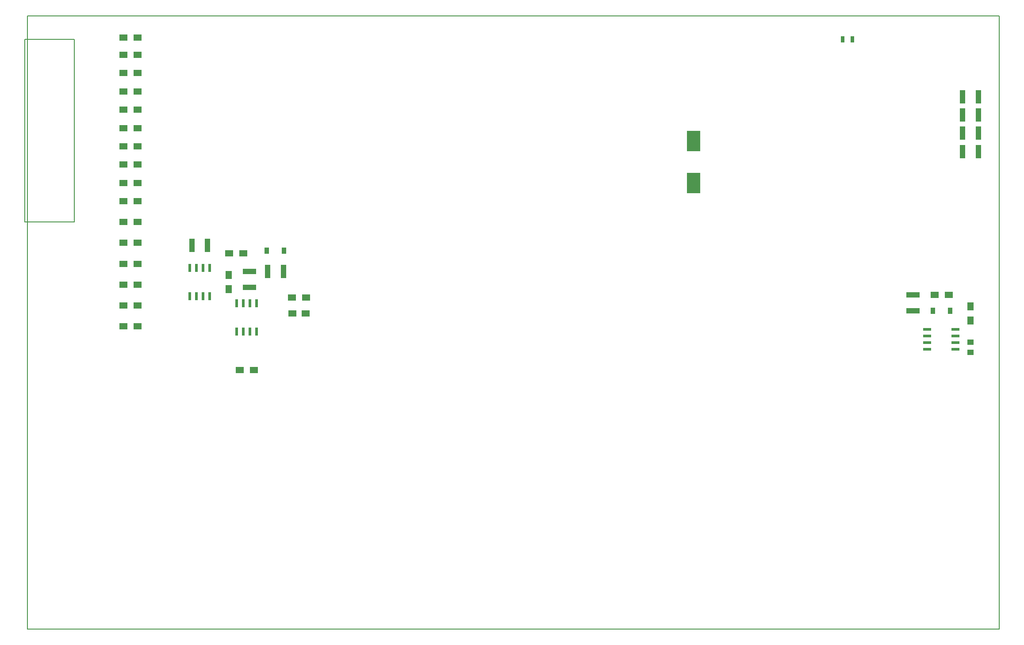
<source format=gtp>
G04 #@! TF.FileFunction,Paste,Top*
%FSLAX46Y46*%
G04 Gerber Fmt 4.6, Leading zero omitted, Abs format (unit mm)*
G04 Created by KiCad (PCBNEW 4.0.4-stable) date 05/08/17 18:11:55*
%MOMM*%
%LPD*%
G01*
G04 APERTURE LIST*
%ADD10C,0.100000*%
%ADD11C,0.150000*%
%ADD12R,1.550000X0.600000*%
%ADD13R,0.600000X1.550000*%
%ADD14R,1.300000X1.500000*%
%ADD15R,1.500000X1.300000*%
%ADD16R,2.500000X1.000000*%
%ADD17R,1.000000X2.500000*%
%ADD18R,0.900000X1.200000*%
%ADD19R,1.500000X1.250000*%
%ADD20R,2.500000X4.000000*%
%ADD21R,0.700000X1.300000*%
%ADD22R,1.250000X1.000000*%
G04 APERTURE END LIST*
D10*
D11*
X192623000Y24538000D02*
X192623000Y142038000D01*
X6623000Y24538000D02*
X192623000Y24538000D01*
X6623000Y142038000D02*
X6623000Y24538000D01*
X192623000Y142038000D02*
X6623000Y142038000D01*
X15623000Y102538000D02*
X6123000Y102538000D01*
X15623000Y137538000D02*
X6123000Y137538000D01*
X15623000Y102538000D02*
X15623000Y137538000D01*
X6123000Y102538000D02*
X6123000Y137538000D01*
D12*
X178843000Y81953000D03*
X178843000Y80683000D03*
X178843000Y79413000D03*
X178843000Y78143000D03*
X184243000Y78143000D03*
X184243000Y79413000D03*
X184243000Y80683000D03*
X184243000Y81953000D03*
D13*
X46713000Y81538000D03*
X47983000Y81538000D03*
X49253000Y81538000D03*
X50523000Y81538000D03*
X50523000Y86938000D03*
X49253000Y86938000D03*
X47983000Y86938000D03*
X46713000Y86938000D03*
D14*
X45123000Y92388000D03*
X45123000Y89688000D03*
D15*
X45273000Y96538000D03*
X47973000Y96538000D03*
D14*
X187123000Y86388000D03*
X187123000Y83688000D03*
D15*
X182973000Y88538000D03*
X180273000Y88538000D03*
X27744000Y127538000D03*
X25044000Y127538000D03*
X27744000Y124038000D03*
X25044000Y124038000D03*
X27744000Y120538000D03*
X25044000Y120538000D03*
X27744000Y117038000D03*
X25044000Y117038000D03*
X27744000Y113538000D03*
X25044000Y113538000D03*
X27744000Y110038000D03*
X25044000Y110038000D03*
X27744000Y106538000D03*
X25044000Y106538000D03*
X27744000Y102538000D03*
X25044000Y102538000D03*
X27744000Y98538000D03*
X25044000Y98538000D03*
X27744000Y94538000D03*
X25044000Y94538000D03*
X27744000Y90538000D03*
X25044000Y90538000D03*
X27744000Y86538000D03*
X25044000Y86538000D03*
X27744000Y82538000D03*
X25044000Y82538000D03*
X27744000Y137869500D03*
X25044000Y137869500D03*
X27744000Y134538000D03*
X25044000Y134538000D03*
X27744000Y131038000D03*
X25044000Y131038000D03*
D16*
X49123000Y90038000D03*
X49123000Y93038000D03*
D17*
X41123000Y98038000D03*
X38123000Y98038000D03*
X55623000Y93038000D03*
X52623000Y93038000D03*
D18*
X55773000Y97038000D03*
X52473000Y97038000D03*
X179973000Y85538000D03*
X183273000Y85538000D03*
D13*
X41528000Y93738000D03*
X40258000Y93738000D03*
X38988000Y93738000D03*
X37718000Y93738000D03*
X37718000Y88338000D03*
X38988000Y88338000D03*
X40258000Y88338000D03*
X41528000Y88338000D03*
D16*
X176123000Y85538000D03*
X176123000Y88538000D03*
D19*
X57373000Y85038000D03*
X59873000Y85038000D03*
D15*
X57273000Y88038000D03*
X59973000Y88038000D03*
X47283000Y74168000D03*
X49983000Y74168000D03*
D17*
X185623000Y119538000D03*
X188623000Y119538000D03*
X185623000Y126538000D03*
X188623000Y126538000D03*
X185623000Y116038000D03*
X188623000Y116038000D03*
X185623000Y123038000D03*
X188623000Y123038000D03*
D20*
X134123000Y118038000D03*
X134123000Y110038000D03*
D21*
X162673000Y137538000D03*
X164573000Y137538000D03*
D22*
X187123000Y79538000D03*
X187123000Y77538000D03*
M02*

</source>
